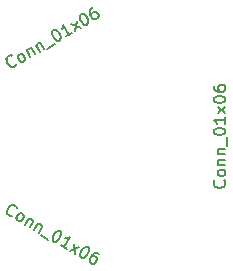
<source format=gbr>
G04 #@! TF.FileFunction,Other,Fab,Top*
%FSLAX46Y46*%
G04 Gerber Fmt 4.6, Leading zero omitted, Abs format (unit mm)*
G04 Created by KiCad (PCBNEW 4.0.7-e2-6376~58~ubuntu14.04.1) date Fri Feb 16 13:10:18 2018*
%MOMM*%
%LPD*%
G01*
G04 APERTURE LIST*
%ADD10C,0.100000*%
%ADD11C,0.150000*%
G04 APERTURE END LIST*
D10*
D11*
X80441286Y-96374494D02*
X80423857Y-96439543D01*
X80323948Y-96552211D01*
X80241470Y-96599830D01*
X80093942Y-96630020D01*
X79963844Y-96595160D01*
X79874986Y-96536491D01*
X79738508Y-96395344D01*
X79667079Y-96271625D01*
X79613081Y-96082858D01*
X79606701Y-95976570D01*
X79641561Y-95846473D01*
X79741470Y-95733805D01*
X79823948Y-95686186D01*
X79971476Y-95655996D01*
X80036524Y-95673426D01*
X80983776Y-96171259D02*
X80877488Y-96177639D01*
X80812440Y-96160209D01*
X80723581Y-96101540D01*
X80580724Y-95854103D01*
X80574344Y-95747815D01*
X80591774Y-95682767D01*
X80650443Y-95593908D01*
X80774162Y-95522479D01*
X80880450Y-95516100D01*
X80945498Y-95533529D01*
X81034357Y-95592198D01*
X81177214Y-95839635D01*
X81183594Y-95945923D01*
X81166164Y-96010972D01*
X81107495Y-96099830D01*
X80983776Y-96171259D01*
X81310272Y-95212956D02*
X81643606Y-95790306D01*
X81357891Y-95295434D02*
X81375321Y-95230386D01*
X81433990Y-95141527D01*
X81557708Y-95070098D01*
X81663996Y-95063719D01*
X81752855Y-95122388D01*
X82014760Y-95576020D01*
X82093819Y-94760575D02*
X82427152Y-95337925D01*
X82141438Y-94843053D02*
X82158868Y-94778005D01*
X82217537Y-94689146D01*
X82341255Y-94617717D01*
X82447543Y-94611338D01*
X82536402Y-94670007D01*
X82798307Y-95123639D01*
X83052122Y-95087070D02*
X83711951Y-94706118D01*
X83535485Y-93543329D02*
X83617965Y-93495709D01*
X83724253Y-93489329D01*
X83789302Y-93506759D01*
X83878160Y-93565428D01*
X84014637Y-93706576D01*
X84133685Y-93912773D01*
X84187684Y-94101539D01*
X84194064Y-94207827D01*
X84176634Y-94272876D01*
X84117965Y-94361734D01*
X84035485Y-94409354D01*
X83929197Y-94415734D01*
X83864149Y-94398304D01*
X83775290Y-94339635D01*
X83638813Y-94198487D01*
X83519765Y-93992290D01*
X83465766Y-93803524D01*
X83459387Y-93697236D01*
X83476816Y-93632187D01*
X83535485Y-93543329D01*
X85148947Y-93766496D02*
X84654075Y-94052211D01*
X84901511Y-93909354D02*
X84401511Y-93043329D01*
X84390461Y-93214665D01*
X84355601Y-93344763D01*
X84296932Y-93433621D01*
X85437622Y-93599830D02*
X85557921Y-92760574D01*
X85104289Y-93022479D02*
X85891255Y-93337925D01*
X85886126Y-92186186D02*
X85968605Y-92138566D01*
X86074893Y-92132186D01*
X86139942Y-92149616D01*
X86228800Y-92208285D01*
X86365278Y-92349433D01*
X86484326Y-92555630D01*
X86538324Y-92744396D01*
X86544704Y-92850684D01*
X86527274Y-92915733D01*
X86468605Y-93004591D01*
X86386126Y-93052211D01*
X86279838Y-93058591D01*
X86214789Y-93041161D01*
X86125931Y-92982492D01*
X85989454Y-92841344D01*
X85870406Y-92635147D01*
X85816407Y-92446381D01*
X85810027Y-92340093D01*
X85827457Y-92275044D01*
X85886126Y-92186186D01*
X86917109Y-91590947D02*
X86752151Y-91686186D01*
X86693482Y-91775044D01*
X86676053Y-91840093D01*
X86665003Y-92011429D01*
X86719001Y-92200196D01*
X86909478Y-92530111D01*
X86998336Y-92588780D01*
X87063385Y-92606210D01*
X87169673Y-92599830D01*
X87334631Y-92504591D01*
X87393300Y-92415733D01*
X87410730Y-92350684D01*
X87404350Y-92244396D01*
X87285302Y-92038200D01*
X87196444Y-91979530D01*
X87131395Y-91962100D01*
X87025107Y-91968480D01*
X86860149Y-92063719D01*
X86801480Y-92152577D01*
X86784050Y-92217626D01*
X86790430Y-92323915D01*
X98057143Y-106238095D02*
X98104762Y-106285714D01*
X98152381Y-106428571D01*
X98152381Y-106523809D01*
X98104762Y-106666667D01*
X98009524Y-106761905D01*
X97914286Y-106809524D01*
X97723810Y-106857143D01*
X97580952Y-106857143D01*
X97390476Y-106809524D01*
X97295238Y-106761905D01*
X97200000Y-106666667D01*
X97152381Y-106523809D01*
X97152381Y-106428571D01*
X97200000Y-106285714D01*
X97247619Y-106238095D01*
X98152381Y-105666667D02*
X98104762Y-105761905D01*
X98057143Y-105809524D01*
X97961905Y-105857143D01*
X97676190Y-105857143D01*
X97580952Y-105809524D01*
X97533333Y-105761905D01*
X97485714Y-105666667D01*
X97485714Y-105523809D01*
X97533333Y-105428571D01*
X97580952Y-105380952D01*
X97676190Y-105333333D01*
X97961905Y-105333333D01*
X98057143Y-105380952D01*
X98104762Y-105428571D01*
X98152381Y-105523809D01*
X98152381Y-105666667D01*
X97485714Y-104904762D02*
X98152381Y-104904762D01*
X97580952Y-104904762D02*
X97533333Y-104857143D01*
X97485714Y-104761905D01*
X97485714Y-104619047D01*
X97533333Y-104523809D01*
X97628571Y-104476190D01*
X98152381Y-104476190D01*
X97485714Y-104000000D02*
X98152381Y-104000000D01*
X97580952Y-104000000D02*
X97533333Y-103952381D01*
X97485714Y-103857143D01*
X97485714Y-103714285D01*
X97533333Y-103619047D01*
X97628571Y-103571428D01*
X98152381Y-103571428D01*
X98247619Y-103333333D02*
X98247619Y-102571428D01*
X97152381Y-102142857D02*
X97152381Y-102047618D01*
X97200000Y-101952380D01*
X97247619Y-101904761D01*
X97342857Y-101857142D01*
X97533333Y-101809523D01*
X97771429Y-101809523D01*
X97961905Y-101857142D01*
X98057143Y-101904761D01*
X98104762Y-101952380D01*
X98152381Y-102047618D01*
X98152381Y-102142857D01*
X98104762Y-102238095D01*
X98057143Y-102285714D01*
X97961905Y-102333333D01*
X97771429Y-102380952D01*
X97533333Y-102380952D01*
X97342857Y-102333333D01*
X97247619Y-102285714D01*
X97200000Y-102238095D01*
X97152381Y-102142857D01*
X98152381Y-100857142D02*
X98152381Y-101428571D01*
X98152381Y-101142857D02*
X97152381Y-101142857D01*
X97295238Y-101238095D01*
X97390476Y-101333333D01*
X97438095Y-101428571D01*
X98152381Y-100523809D02*
X97485714Y-99999999D01*
X97485714Y-100523809D02*
X98152381Y-99999999D01*
X97152381Y-99428571D02*
X97152381Y-99333332D01*
X97200000Y-99238094D01*
X97247619Y-99190475D01*
X97342857Y-99142856D01*
X97533333Y-99095237D01*
X97771429Y-99095237D01*
X97961905Y-99142856D01*
X98057143Y-99190475D01*
X98104762Y-99238094D01*
X98152381Y-99333332D01*
X98152381Y-99428571D01*
X98104762Y-99523809D01*
X98057143Y-99571428D01*
X97961905Y-99619047D01*
X97771429Y-99666666D01*
X97533333Y-99666666D01*
X97342857Y-99619047D01*
X97247619Y-99571428D01*
X97200000Y-99523809D01*
X97152381Y-99428571D01*
X97152381Y-98238094D02*
X97152381Y-98428571D01*
X97200000Y-98523809D01*
X97247619Y-98571428D01*
X97390476Y-98666666D01*
X97580952Y-98714285D01*
X97961905Y-98714285D01*
X98057143Y-98666666D01*
X98104762Y-98619047D01*
X98152381Y-98523809D01*
X98152381Y-98333332D01*
X98104762Y-98238094D01*
X98057143Y-98190475D01*
X97961905Y-98142856D01*
X97723810Y-98142856D01*
X97628571Y-98190475D01*
X97580952Y-98238094D01*
X97533333Y-98333332D01*
X97533333Y-98523809D01*
X97580952Y-98619047D01*
X97628571Y-98666666D01*
X97723810Y-98714285D01*
X80084143Y-109244095D02*
X80019095Y-109261525D01*
X79871567Y-109231336D01*
X79789089Y-109183717D01*
X79689180Y-109071049D01*
X79654320Y-108940951D01*
X79660700Y-108834663D01*
X79714698Y-108645897D01*
X79786127Y-108522178D01*
X79922605Y-108381030D01*
X80011463Y-108322361D01*
X80141561Y-108287502D01*
X80289089Y-108317692D01*
X80371567Y-108365311D01*
X80471476Y-108477978D01*
X80488905Y-108543027D01*
X80531395Y-109612288D02*
X80472726Y-109523430D01*
X80455297Y-109458381D01*
X80461676Y-109352093D01*
X80604534Y-109104656D01*
X80693392Y-109045987D01*
X80758441Y-109028558D01*
X80864729Y-109034937D01*
X80988448Y-109106366D01*
X81047117Y-109195225D01*
X81064546Y-109260273D01*
X81058167Y-109366561D01*
X80915309Y-109613998D01*
X80826451Y-109672667D01*
X80761402Y-109690097D01*
X80655114Y-109683717D01*
X80531395Y-109612288D01*
X81524558Y-109415890D02*
X81191225Y-109993240D01*
X81476939Y-109498368D02*
X81541988Y-109480939D01*
X81648276Y-109487318D01*
X81771994Y-109558747D01*
X81830663Y-109647606D01*
X81824284Y-109753894D01*
X81562379Y-110207526D01*
X82308105Y-109868271D02*
X81974771Y-110445621D01*
X82260486Y-109950749D02*
X82325535Y-109933320D01*
X82431823Y-109939699D01*
X82555541Y-110011128D01*
X82614210Y-110099987D01*
X82607831Y-110206275D01*
X82345926Y-110659907D01*
X82504503Y-110861433D02*
X83164332Y-111242386D01*
X84083104Y-110508168D02*
X84165584Y-110555787D01*
X84224253Y-110644645D01*
X84241683Y-110709694D01*
X84235303Y-110815982D01*
X84181304Y-111004749D01*
X84062256Y-111210946D01*
X83925779Y-111352093D01*
X83836921Y-111410762D01*
X83771872Y-111428192D01*
X83665584Y-111421812D01*
X83583104Y-111374193D01*
X83524435Y-111285335D01*
X83507006Y-111220286D01*
X83513385Y-111113998D01*
X83567384Y-110925231D01*
X83686432Y-110719034D01*
X83822909Y-110577887D01*
X83911768Y-110519218D01*
X83976816Y-110501788D01*
X84083104Y-110508168D01*
X84696566Y-112017050D02*
X84201694Y-111731336D01*
X84449130Y-111874193D02*
X84949130Y-111008168D01*
X84795223Y-111084266D01*
X84665125Y-111119126D01*
X84558837Y-111112746D01*
X84985241Y-112183717D02*
X85772207Y-111868271D01*
X85318575Y-111606366D02*
X85438874Y-112445622D01*
X86433745Y-111865311D02*
X86516224Y-111912930D01*
X86574893Y-112001788D01*
X86592323Y-112066837D01*
X86585943Y-112173125D01*
X86531945Y-112361892D01*
X86412897Y-112568089D01*
X86276419Y-112709236D01*
X86187561Y-112767905D01*
X86122512Y-112785335D01*
X86016224Y-112778955D01*
X85933745Y-112731336D01*
X85875076Y-112642478D01*
X85857646Y-112577429D01*
X85864026Y-112471141D01*
X85918025Y-112282374D01*
X86037073Y-112076177D01*
X86173550Y-111935030D01*
X86262408Y-111876361D01*
X86327457Y-111858931D01*
X86433745Y-111865311D01*
X87464728Y-112460549D02*
X87299770Y-112365311D01*
X87193482Y-112358931D01*
X87128434Y-112376361D01*
X86974527Y-112452459D01*
X86838049Y-112593607D01*
X86647573Y-112923522D01*
X86641193Y-113029810D01*
X86658623Y-113094859D01*
X86717292Y-113183717D01*
X86882250Y-113278955D01*
X86988538Y-113285335D01*
X87053587Y-113267905D01*
X87142445Y-113209236D01*
X87261492Y-113003040D01*
X87267873Y-112896751D01*
X87250443Y-112831702D01*
X87191774Y-112742844D01*
X87026816Y-112647606D01*
X86920528Y-112641226D01*
X86855479Y-112658656D01*
X86766620Y-112717326D01*
M02*

</source>
